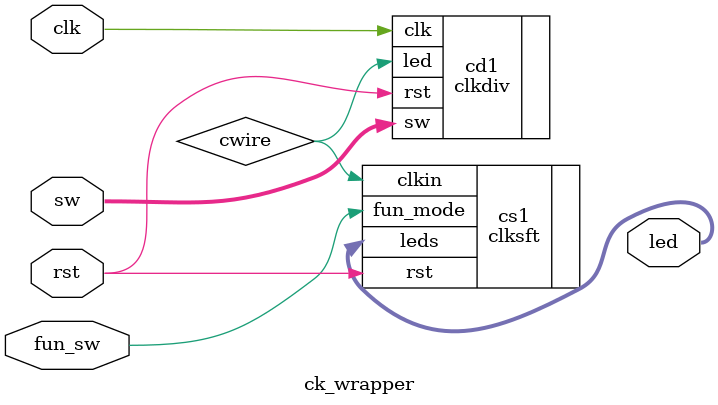
<source format=v>
`timescale 1ns / 1ps


module ck_wrapper(
input [1:0] sw,
input fun_sw,
input rst,
input clk,
output [15:0] led
    );
 wire cwire;   
 clkdiv cd1(
 .clk(clk),
 .rst(rst),
 .sw(sw),
 .led(cwire)
 );
 
 clksft cs1(
 .clkin(cwire),
 .rst(rst),
 .leds(led),
 .fun_mode(fun_sw)
 );

//clksft_alt cs2(
// .clkin(cwire),
// .rst(rst),
// .leds(led)
//);
endmodule

</source>
